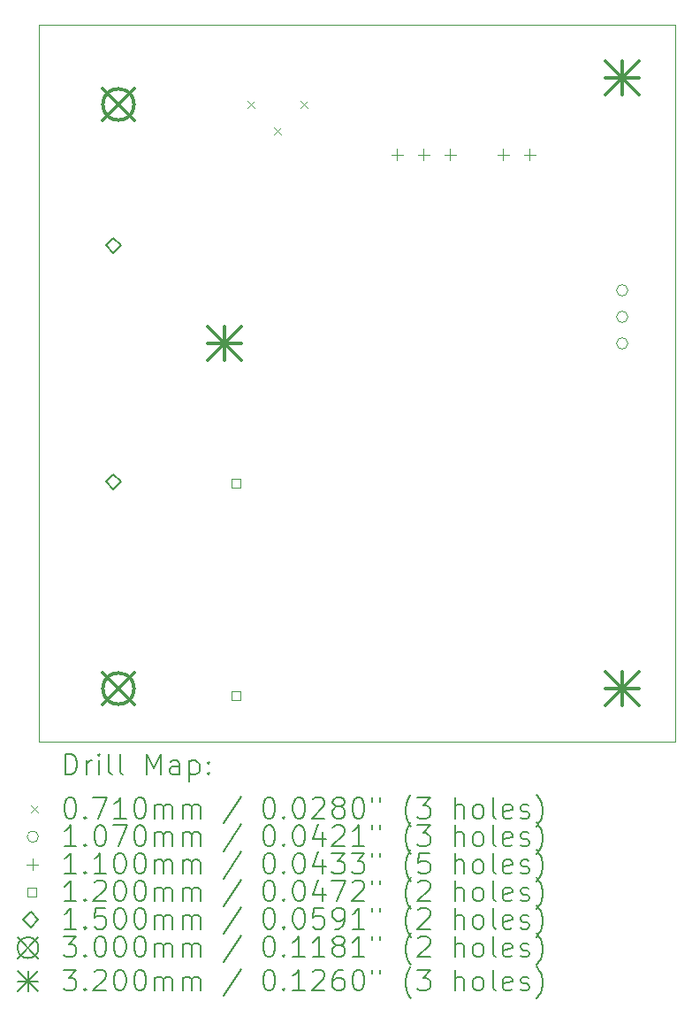
<source format=gbr>
%TF.GenerationSoftware,KiCad,Pcbnew,(6.0.8)*%
%TF.CreationDate,2023-01-11T15:10:12+01:00*%
%TF.ProjectId,TSAL_Voltage_Sensor,5453414c-5f56-46f6-9c74-6167655f5365,rev?*%
%TF.SameCoordinates,Original*%
%TF.FileFunction,Drillmap*%
%TF.FilePolarity,Positive*%
%FSLAX45Y45*%
G04 Gerber Fmt 4.5, Leading zero omitted, Abs format (unit mm)*
G04 Created by KiCad (PCBNEW (6.0.8)) date 2023-01-11 15:10:12*
%MOMM*%
%LPD*%
G01*
G04 APERTURE LIST*
%ADD10C,0.100000*%
%ADD11C,0.200000*%
%ADD12C,0.071000*%
%ADD13C,0.107000*%
%ADD14C,0.110000*%
%ADD15C,0.120000*%
%ADD16C,0.150000*%
%ADD17C,0.300000*%
%ADD18C,0.320000*%
G04 APERTURE END LIST*
D10*
X13716000Y-5588000D02*
X7620000Y-5588000D01*
X7620000Y-5588000D02*
X7620000Y-12446000D01*
X7620000Y-12446000D02*
X13716000Y-12446000D01*
X13716000Y-12446000D02*
X13716000Y-5588000D01*
D11*
D12*
X9616500Y-6314500D02*
X9687500Y-6385500D01*
X9687500Y-6314500D02*
X9616500Y-6385500D01*
X9870500Y-6568500D02*
X9941500Y-6639500D01*
X9941500Y-6568500D02*
X9870500Y-6639500D01*
X10124500Y-6314500D02*
X10195500Y-6385500D01*
X10195500Y-6314500D02*
X10124500Y-6385500D01*
D13*
X13261500Y-8128000D02*
G75*
G03*
X13261500Y-8128000I-53500J0D01*
G01*
X13261500Y-8382000D02*
G75*
G03*
X13261500Y-8382000I-53500J0D01*
G01*
X13261500Y-8636000D02*
G75*
G03*
X13261500Y-8636000I-53500J0D01*
G01*
D14*
X11049000Y-6776500D02*
X11049000Y-6886500D01*
X10994000Y-6831500D02*
X11104000Y-6831500D01*
X11303000Y-6776500D02*
X11303000Y-6886500D01*
X11248000Y-6831500D02*
X11358000Y-6831500D01*
X11557000Y-6776500D02*
X11557000Y-6886500D01*
X11502000Y-6831500D02*
X11612000Y-6831500D01*
X12065000Y-6776500D02*
X12065000Y-6886500D01*
X12010000Y-6831500D02*
X12120000Y-6831500D01*
X12319000Y-6776500D02*
X12319000Y-6886500D01*
X12264000Y-6831500D02*
X12374000Y-6831500D01*
D15*
X9550957Y-10018209D02*
X9550957Y-9933355D01*
X9466104Y-9933355D01*
X9466104Y-10018209D01*
X9550957Y-10018209D01*
X9550957Y-12050209D02*
X9550957Y-11965355D01*
X9466104Y-11965355D01*
X9466104Y-12050209D01*
X9550957Y-12050209D01*
D16*
X8333912Y-7775088D02*
X8408912Y-7700088D01*
X8333912Y-7625088D01*
X8258912Y-7700088D01*
X8333912Y-7775088D01*
X8333912Y-10035089D02*
X8408912Y-9960089D01*
X8333912Y-9885089D01*
X8258912Y-9960089D01*
X8333912Y-10035089D01*
D17*
X8232000Y-6200000D02*
X8532000Y-6500000D01*
X8532000Y-6200000D02*
X8232000Y-6500000D01*
X8532000Y-6350000D02*
G75*
G03*
X8532000Y-6350000I-150000J0D01*
G01*
X8232000Y-11788000D02*
X8532000Y-12088000D01*
X8532000Y-11788000D02*
X8232000Y-12088000D01*
X8532000Y-11938000D02*
G75*
G03*
X8532000Y-11938000I-150000J0D01*
G01*
D18*
X9238000Y-8476000D02*
X9558000Y-8796000D01*
X9558000Y-8476000D02*
X9238000Y-8796000D01*
X9398000Y-8476000D02*
X9398000Y-8796000D01*
X9238000Y-8636000D02*
X9558000Y-8636000D01*
X13048000Y-5936000D02*
X13368000Y-6256000D01*
X13368000Y-5936000D02*
X13048000Y-6256000D01*
X13208000Y-5936000D02*
X13208000Y-6256000D01*
X13048000Y-6096000D02*
X13368000Y-6096000D01*
X13048000Y-11778000D02*
X13368000Y-12098000D01*
X13368000Y-11778000D02*
X13048000Y-12098000D01*
X13208000Y-11778000D02*
X13208000Y-12098000D01*
X13048000Y-11938000D02*
X13368000Y-11938000D01*
D11*
X7872619Y-12761476D02*
X7872619Y-12561476D01*
X7920238Y-12561476D01*
X7948809Y-12571000D01*
X7967857Y-12590048D01*
X7977381Y-12609095D01*
X7986905Y-12647190D01*
X7986905Y-12675762D01*
X7977381Y-12713857D01*
X7967857Y-12732905D01*
X7948809Y-12751952D01*
X7920238Y-12761476D01*
X7872619Y-12761476D01*
X8072619Y-12761476D02*
X8072619Y-12628143D01*
X8072619Y-12666238D02*
X8082143Y-12647190D01*
X8091667Y-12637667D01*
X8110714Y-12628143D01*
X8129762Y-12628143D01*
X8196428Y-12761476D02*
X8196428Y-12628143D01*
X8196428Y-12561476D02*
X8186905Y-12571000D01*
X8196428Y-12580524D01*
X8205952Y-12571000D01*
X8196428Y-12561476D01*
X8196428Y-12580524D01*
X8320238Y-12761476D02*
X8301190Y-12751952D01*
X8291667Y-12732905D01*
X8291667Y-12561476D01*
X8425000Y-12761476D02*
X8405952Y-12751952D01*
X8396429Y-12732905D01*
X8396429Y-12561476D01*
X8653571Y-12761476D02*
X8653571Y-12561476D01*
X8720238Y-12704333D01*
X8786905Y-12561476D01*
X8786905Y-12761476D01*
X8967857Y-12761476D02*
X8967857Y-12656714D01*
X8958333Y-12637667D01*
X8939286Y-12628143D01*
X8901190Y-12628143D01*
X8882143Y-12637667D01*
X8967857Y-12751952D02*
X8948810Y-12761476D01*
X8901190Y-12761476D01*
X8882143Y-12751952D01*
X8872619Y-12732905D01*
X8872619Y-12713857D01*
X8882143Y-12694809D01*
X8901190Y-12685286D01*
X8948810Y-12685286D01*
X8967857Y-12675762D01*
X9063095Y-12628143D02*
X9063095Y-12828143D01*
X9063095Y-12637667D02*
X9082143Y-12628143D01*
X9120238Y-12628143D01*
X9139286Y-12637667D01*
X9148810Y-12647190D01*
X9158333Y-12666238D01*
X9158333Y-12723381D01*
X9148810Y-12742428D01*
X9139286Y-12751952D01*
X9120238Y-12761476D01*
X9082143Y-12761476D01*
X9063095Y-12751952D01*
X9244048Y-12742428D02*
X9253571Y-12751952D01*
X9244048Y-12761476D01*
X9234524Y-12751952D01*
X9244048Y-12742428D01*
X9244048Y-12761476D01*
X9244048Y-12637667D02*
X9253571Y-12647190D01*
X9244048Y-12656714D01*
X9234524Y-12647190D01*
X9244048Y-12637667D01*
X9244048Y-12656714D01*
D12*
X7544000Y-13055500D02*
X7615000Y-13126500D01*
X7615000Y-13055500D02*
X7544000Y-13126500D01*
D11*
X7910714Y-12981476D02*
X7929762Y-12981476D01*
X7948809Y-12991000D01*
X7958333Y-13000524D01*
X7967857Y-13019571D01*
X7977381Y-13057667D01*
X7977381Y-13105286D01*
X7967857Y-13143381D01*
X7958333Y-13162428D01*
X7948809Y-13171952D01*
X7929762Y-13181476D01*
X7910714Y-13181476D01*
X7891667Y-13171952D01*
X7882143Y-13162428D01*
X7872619Y-13143381D01*
X7863095Y-13105286D01*
X7863095Y-13057667D01*
X7872619Y-13019571D01*
X7882143Y-13000524D01*
X7891667Y-12991000D01*
X7910714Y-12981476D01*
X8063095Y-13162428D02*
X8072619Y-13171952D01*
X8063095Y-13181476D01*
X8053571Y-13171952D01*
X8063095Y-13162428D01*
X8063095Y-13181476D01*
X8139286Y-12981476D02*
X8272619Y-12981476D01*
X8186905Y-13181476D01*
X8453571Y-13181476D02*
X8339286Y-13181476D01*
X8396429Y-13181476D02*
X8396429Y-12981476D01*
X8377381Y-13010048D01*
X8358333Y-13029095D01*
X8339286Y-13038619D01*
X8577381Y-12981476D02*
X8596429Y-12981476D01*
X8615476Y-12991000D01*
X8625000Y-13000524D01*
X8634524Y-13019571D01*
X8644048Y-13057667D01*
X8644048Y-13105286D01*
X8634524Y-13143381D01*
X8625000Y-13162428D01*
X8615476Y-13171952D01*
X8596429Y-13181476D01*
X8577381Y-13181476D01*
X8558333Y-13171952D01*
X8548810Y-13162428D01*
X8539286Y-13143381D01*
X8529762Y-13105286D01*
X8529762Y-13057667D01*
X8539286Y-13019571D01*
X8548810Y-13000524D01*
X8558333Y-12991000D01*
X8577381Y-12981476D01*
X8729762Y-13181476D02*
X8729762Y-13048143D01*
X8729762Y-13067190D02*
X8739286Y-13057667D01*
X8758333Y-13048143D01*
X8786905Y-13048143D01*
X8805952Y-13057667D01*
X8815476Y-13076714D01*
X8815476Y-13181476D01*
X8815476Y-13076714D02*
X8825000Y-13057667D01*
X8844048Y-13048143D01*
X8872619Y-13048143D01*
X8891667Y-13057667D01*
X8901190Y-13076714D01*
X8901190Y-13181476D01*
X8996429Y-13181476D02*
X8996429Y-13048143D01*
X8996429Y-13067190D02*
X9005952Y-13057667D01*
X9025000Y-13048143D01*
X9053571Y-13048143D01*
X9072619Y-13057667D01*
X9082143Y-13076714D01*
X9082143Y-13181476D01*
X9082143Y-13076714D02*
X9091667Y-13057667D01*
X9110714Y-13048143D01*
X9139286Y-13048143D01*
X9158333Y-13057667D01*
X9167857Y-13076714D01*
X9167857Y-13181476D01*
X9558333Y-12971952D02*
X9386905Y-13229095D01*
X9815476Y-12981476D02*
X9834524Y-12981476D01*
X9853571Y-12991000D01*
X9863095Y-13000524D01*
X9872619Y-13019571D01*
X9882143Y-13057667D01*
X9882143Y-13105286D01*
X9872619Y-13143381D01*
X9863095Y-13162428D01*
X9853571Y-13171952D01*
X9834524Y-13181476D01*
X9815476Y-13181476D01*
X9796429Y-13171952D01*
X9786905Y-13162428D01*
X9777381Y-13143381D01*
X9767857Y-13105286D01*
X9767857Y-13057667D01*
X9777381Y-13019571D01*
X9786905Y-13000524D01*
X9796429Y-12991000D01*
X9815476Y-12981476D01*
X9967857Y-13162428D02*
X9977381Y-13171952D01*
X9967857Y-13181476D01*
X9958333Y-13171952D01*
X9967857Y-13162428D01*
X9967857Y-13181476D01*
X10101190Y-12981476D02*
X10120238Y-12981476D01*
X10139286Y-12991000D01*
X10148810Y-13000524D01*
X10158333Y-13019571D01*
X10167857Y-13057667D01*
X10167857Y-13105286D01*
X10158333Y-13143381D01*
X10148810Y-13162428D01*
X10139286Y-13171952D01*
X10120238Y-13181476D01*
X10101190Y-13181476D01*
X10082143Y-13171952D01*
X10072619Y-13162428D01*
X10063095Y-13143381D01*
X10053571Y-13105286D01*
X10053571Y-13057667D01*
X10063095Y-13019571D01*
X10072619Y-13000524D01*
X10082143Y-12991000D01*
X10101190Y-12981476D01*
X10244048Y-13000524D02*
X10253571Y-12991000D01*
X10272619Y-12981476D01*
X10320238Y-12981476D01*
X10339286Y-12991000D01*
X10348810Y-13000524D01*
X10358333Y-13019571D01*
X10358333Y-13038619D01*
X10348810Y-13067190D01*
X10234524Y-13181476D01*
X10358333Y-13181476D01*
X10472619Y-13067190D02*
X10453571Y-13057667D01*
X10444048Y-13048143D01*
X10434524Y-13029095D01*
X10434524Y-13019571D01*
X10444048Y-13000524D01*
X10453571Y-12991000D01*
X10472619Y-12981476D01*
X10510714Y-12981476D01*
X10529762Y-12991000D01*
X10539286Y-13000524D01*
X10548810Y-13019571D01*
X10548810Y-13029095D01*
X10539286Y-13048143D01*
X10529762Y-13057667D01*
X10510714Y-13067190D01*
X10472619Y-13067190D01*
X10453571Y-13076714D01*
X10444048Y-13086238D01*
X10434524Y-13105286D01*
X10434524Y-13143381D01*
X10444048Y-13162428D01*
X10453571Y-13171952D01*
X10472619Y-13181476D01*
X10510714Y-13181476D01*
X10529762Y-13171952D01*
X10539286Y-13162428D01*
X10548810Y-13143381D01*
X10548810Y-13105286D01*
X10539286Y-13086238D01*
X10529762Y-13076714D01*
X10510714Y-13067190D01*
X10672619Y-12981476D02*
X10691667Y-12981476D01*
X10710714Y-12991000D01*
X10720238Y-13000524D01*
X10729762Y-13019571D01*
X10739286Y-13057667D01*
X10739286Y-13105286D01*
X10729762Y-13143381D01*
X10720238Y-13162428D01*
X10710714Y-13171952D01*
X10691667Y-13181476D01*
X10672619Y-13181476D01*
X10653571Y-13171952D01*
X10644048Y-13162428D01*
X10634524Y-13143381D01*
X10625000Y-13105286D01*
X10625000Y-13057667D01*
X10634524Y-13019571D01*
X10644048Y-13000524D01*
X10653571Y-12991000D01*
X10672619Y-12981476D01*
X10815476Y-12981476D02*
X10815476Y-13019571D01*
X10891667Y-12981476D02*
X10891667Y-13019571D01*
X11186905Y-13257667D02*
X11177381Y-13248143D01*
X11158333Y-13219571D01*
X11148810Y-13200524D01*
X11139286Y-13171952D01*
X11129762Y-13124333D01*
X11129762Y-13086238D01*
X11139286Y-13038619D01*
X11148810Y-13010048D01*
X11158333Y-12991000D01*
X11177381Y-12962428D01*
X11186905Y-12952905D01*
X11244048Y-12981476D02*
X11367857Y-12981476D01*
X11301190Y-13057667D01*
X11329762Y-13057667D01*
X11348809Y-13067190D01*
X11358333Y-13076714D01*
X11367857Y-13095762D01*
X11367857Y-13143381D01*
X11358333Y-13162428D01*
X11348809Y-13171952D01*
X11329762Y-13181476D01*
X11272619Y-13181476D01*
X11253571Y-13171952D01*
X11244048Y-13162428D01*
X11605952Y-13181476D02*
X11605952Y-12981476D01*
X11691667Y-13181476D02*
X11691667Y-13076714D01*
X11682143Y-13057667D01*
X11663095Y-13048143D01*
X11634524Y-13048143D01*
X11615476Y-13057667D01*
X11605952Y-13067190D01*
X11815476Y-13181476D02*
X11796428Y-13171952D01*
X11786905Y-13162428D01*
X11777381Y-13143381D01*
X11777381Y-13086238D01*
X11786905Y-13067190D01*
X11796428Y-13057667D01*
X11815476Y-13048143D01*
X11844048Y-13048143D01*
X11863095Y-13057667D01*
X11872619Y-13067190D01*
X11882143Y-13086238D01*
X11882143Y-13143381D01*
X11872619Y-13162428D01*
X11863095Y-13171952D01*
X11844048Y-13181476D01*
X11815476Y-13181476D01*
X11996428Y-13181476D02*
X11977381Y-13171952D01*
X11967857Y-13152905D01*
X11967857Y-12981476D01*
X12148809Y-13171952D02*
X12129762Y-13181476D01*
X12091667Y-13181476D01*
X12072619Y-13171952D01*
X12063095Y-13152905D01*
X12063095Y-13076714D01*
X12072619Y-13057667D01*
X12091667Y-13048143D01*
X12129762Y-13048143D01*
X12148809Y-13057667D01*
X12158333Y-13076714D01*
X12158333Y-13095762D01*
X12063095Y-13114809D01*
X12234524Y-13171952D02*
X12253571Y-13181476D01*
X12291667Y-13181476D01*
X12310714Y-13171952D01*
X12320238Y-13152905D01*
X12320238Y-13143381D01*
X12310714Y-13124333D01*
X12291667Y-13114809D01*
X12263095Y-13114809D01*
X12244048Y-13105286D01*
X12234524Y-13086238D01*
X12234524Y-13076714D01*
X12244048Y-13057667D01*
X12263095Y-13048143D01*
X12291667Y-13048143D01*
X12310714Y-13057667D01*
X12386905Y-13257667D02*
X12396428Y-13248143D01*
X12415476Y-13219571D01*
X12425000Y-13200524D01*
X12434524Y-13171952D01*
X12444048Y-13124333D01*
X12444048Y-13086238D01*
X12434524Y-13038619D01*
X12425000Y-13010048D01*
X12415476Y-12991000D01*
X12396428Y-12962428D01*
X12386905Y-12952905D01*
D13*
X7615000Y-13355000D02*
G75*
G03*
X7615000Y-13355000I-53500J0D01*
G01*
D11*
X7977381Y-13445476D02*
X7863095Y-13445476D01*
X7920238Y-13445476D02*
X7920238Y-13245476D01*
X7901190Y-13274048D01*
X7882143Y-13293095D01*
X7863095Y-13302619D01*
X8063095Y-13426428D02*
X8072619Y-13435952D01*
X8063095Y-13445476D01*
X8053571Y-13435952D01*
X8063095Y-13426428D01*
X8063095Y-13445476D01*
X8196428Y-13245476D02*
X8215476Y-13245476D01*
X8234524Y-13255000D01*
X8244048Y-13264524D01*
X8253571Y-13283571D01*
X8263095Y-13321667D01*
X8263095Y-13369286D01*
X8253571Y-13407381D01*
X8244048Y-13426428D01*
X8234524Y-13435952D01*
X8215476Y-13445476D01*
X8196428Y-13445476D01*
X8177381Y-13435952D01*
X8167857Y-13426428D01*
X8158333Y-13407381D01*
X8148809Y-13369286D01*
X8148809Y-13321667D01*
X8158333Y-13283571D01*
X8167857Y-13264524D01*
X8177381Y-13255000D01*
X8196428Y-13245476D01*
X8329762Y-13245476D02*
X8463095Y-13245476D01*
X8377381Y-13445476D01*
X8577381Y-13245476D02*
X8596429Y-13245476D01*
X8615476Y-13255000D01*
X8625000Y-13264524D01*
X8634524Y-13283571D01*
X8644048Y-13321667D01*
X8644048Y-13369286D01*
X8634524Y-13407381D01*
X8625000Y-13426428D01*
X8615476Y-13435952D01*
X8596429Y-13445476D01*
X8577381Y-13445476D01*
X8558333Y-13435952D01*
X8548810Y-13426428D01*
X8539286Y-13407381D01*
X8529762Y-13369286D01*
X8529762Y-13321667D01*
X8539286Y-13283571D01*
X8548810Y-13264524D01*
X8558333Y-13255000D01*
X8577381Y-13245476D01*
X8729762Y-13445476D02*
X8729762Y-13312143D01*
X8729762Y-13331190D02*
X8739286Y-13321667D01*
X8758333Y-13312143D01*
X8786905Y-13312143D01*
X8805952Y-13321667D01*
X8815476Y-13340714D01*
X8815476Y-13445476D01*
X8815476Y-13340714D02*
X8825000Y-13321667D01*
X8844048Y-13312143D01*
X8872619Y-13312143D01*
X8891667Y-13321667D01*
X8901190Y-13340714D01*
X8901190Y-13445476D01*
X8996429Y-13445476D02*
X8996429Y-13312143D01*
X8996429Y-13331190D02*
X9005952Y-13321667D01*
X9025000Y-13312143D01*
X9053571Y-13312143D01*
X9072619Y-13321667D01*
X9082143Y-13340714D01*
X9082143Y-13445476D01*
X9082143Y-13340714D02*
X9091667Y-13321667D01*
X9110714Y-13312143D01*
X9139286Y-13312143D01*
X9158333Y-13321667D01*
X9167857Y-13340714D01*
X9167857Y-13445476D01*
X9558333Y-13235952D02*
X9386905Y-13493095D01*
X9815476Y-13245476D02*
X9834524Y-13245476D01*
X9853571Y-13255000D01*
X9863095Y-13264524D01*
X9872619Y-13283571D01*
X9882143Y-13321667D01*
X9882143Y-13369286D01*
X9872619Y-13407381D01*
X9863095Y-13426428D01*
X9853571Y-13435952D01*
X9834524Y-13445476D01*
X9815476Y-13445476D01*
X9796429Y-13435952D01*
X9786905Y-13426428D01*
X9777381Y-13407381D01*
X9767857Y-13369286D01*
X9767857Y-13321667D01*
X9777381Y-13283571D01*
X9786905Y-13264524D01*
X9796429Y-13255000D01*
X9815476Y-13245476D01*
X9967857Y-13426428D02*
X9977381Y-13435952D01*
X9967857Y-13445476D01*
X9958333Y-13435952D01*
X9967857Y-13426428D01*
X9967857Y-13445476D01*
X10101190Y-13245476D02*
X10120238Y-13245476D01*
X10139286Y-13255000D01*
X10148810Y-13264524D01*
X10158333Y-13283571D01*
X10167857Y-13321667D01*
X10167857Y-13369286D01*
X10158333Y-13407381D01*
X10148810Y-13426428D01*
X10139286Y-13435952D01*
X10120238Y-13445476D01*
X10101190Y-13445476D01*
X10082143Y-13435952D01*
X10072619Y-13426428D01*
X10063095Y-13407381D01*
X10053571Y-13369286D01*
X10053571Y-13321667D01*
X10063095Y-13283571D01*
X10072619Y-13264524D01*
X10082143Y-13255000D01*
X10101190Y-13245476D01*
X10339286Y-13312143D02*
X10339286Y-13445476D01*
X10291667Y-13235952D02*
X10244048Y-13378809D01*
X10367857Y-13378809D01*
X10434524Y-13264524D02*
X10444048Y-13255000D01*
X10463095Y-13245476D01*
X10510714Y-13245476D01*
X10529762Y-13255000D01*
X10539286Y-13264524D01*
X10548810Y-13283571D01*
X10548810Y-13302619D01*
X10539286Y-13331190D01*
X10425000Y-13445476D01*
X10548810Y-13445476D01*
X10739286Y-13445476D02*
X10625000Y-13445476D01*
X10682143Y-13445476D02*
X10682143Y-13245476D01*
X10663095Y-13274048D01*
X10644048Y-13293095D01*
X10625000Y-13302619D01*
X10815476Y-13245476D02*
X10815476Y-13283571D01*
X10891667Y-13245476D02*
X10891667Y-13283571D01*
X11186905Y-13521667D02*
X11177381Y-13512143D01*
X11158333Y-13483571D01*
X11148810Y-13464524D01*
X11139286Y-13435952D01*
X11129762Y-13388333D01*
X11129762Y-13350238D01*
X11139286Y-13302619D01*
X11148810Y-13274048D01*
X11158333Y-13255000D01*
X11177381Y-13226428D01*
X11186905Y-13216905D01*
X11244048Y-13245476D02*
X11367857Y-13245476D01*
X11301190Y-13321667D01*
X11329762Y-13321667D01*
X11348809Y-13331190D01*
X11358333Y-13340714D01*
X11367857Y-13359762D01*
X11367857Y-13407381D01*
X11358333Y-13426428D01*
X11348809Y-13435952D01*
X11329762Y-13445476D01*
X11272619Y-13445476D01*
X11253571Y-13435952D01*
X11244048Y-13426428D01*
X11605952Y-13445476D02*
X11605952Y-13245476D01*
X11691667Y-13445476D02*
X11691667Y-13340714D01*
X11682143Y-13321667D01*
X11663095Y-13312143D01*
X11634524Y-13312143D01*
X11615476Y-13321667D01*
X11605952Y-13331190D01*
X11815476Y-13445476D02*
X11796428Y-13435952D01*
X11786905Y-13426428D01*
X11777381Y-13407381D01*
X11777381Y-13350238D01*
X11786905Y-13331190D01*
X11796428Y-13321667D01*
X11815476Y-13312143D01*
X11844048Y-13312143D01*
X11863095Y-13321667D01*
X11872619Y-13331190D01*
X11882143Y-13350238D01*
X11882143Y-13407381D01*
X11872619Y-13426428D01*
X11863095Y-13435952D01*
X11844048Y-13445476D01*
X11815476Y-13445476D01*
X11996428Y-13445476D02*
X11977381Y-13435952D01*
X11967857Y-13416905D01*
X11967857Y-13245476D01*
X12148809Y-13435952D02*
X12129762Y-13445476D01*
X12091667Y-13445476D01*
X12072619Y-13435952D01*
X12063095Y-13416905D01*
X12063095Y-13340714D01*
X12072619Y-13321667D01*
X12091667Y-13312143D01*
X12129762Y-13312143D01*
X12148809Y-13321667D01*
X12158333Y-13340714D01*
X12158333Y-13359762D01*
X12063095Y-13378809D01*
X12234524Y-13435952D02*
X12253571Y-13445476D01*
X12291667Y-13445476D01*
X12310714Y-13435952D01*
X12320238Y-13416905D01*
X12320238Y-13407381D01*
X12310714Y-13388333D01*
X12291667Y-13378809D01*
X12263095Y-13378809D01*
X12244048Y-13369286D01*
X12234524Y-13350238D01*
X12234524Y-13340714D01*
X12244048Y-13321667D01*
X12263095Y-13312143D01*
X12291667Y-13312143D01*
X12310714Y-13321667D01*
X12386905Y-13521667D02*
X12396428Y-13512143D01*
X12415476Y-13483571D01*
X12425000Y-13464524D01*
X12434524Y-13435952D01*
X12444048Y-13388333D01*
X12444048Y-13350238D01*
X12434524Y-13302619D01*
X12425000Y-13274048D01*
X12415476Y-13255000D01*
X12396428Y-13226428D01*
X12386905Y-13216905D01*
D14*
X7560000Y-13564000D02*
X7560000Y-13674000D01*
X7505000Y-13619000D02*
X7615000Y-13619000D01*
D11*
X7977381Y-13709476D02*
X7863095Y-13709476D01*
X7920238Y-13709476D02*
X7920238Y-13509476D01*
X7901190Y-13538048D01*
X7882143Y-13557095D01*
X7863095Y-13566619D01*
X8063095Y-13690428D02*
X8072619Y-13699952D01*
X8063095Y-13709476D01*
X8053571Y-13699952D01*
X8063095Y-13690428D01*
X8063095Y-13709476D01*
X8263095Y-13709476D02*
X8148809Y-13709476D01*
X8205952Y-13709476D02*
X8205952Y-13509476D01*
X8186905Y-13538048D01*
X8167857Y-13557095D01*
X8148809Y-13566619D01*
X8386905Y-13509476D02*
X8405952Y-13509476D01*
X8425000Y-13519000D01*
X8434524Y-13528524D01*
X8444048Y-13547571D01*
X8453571Y-13585667D01*
X8453571Y-13633286D01*
X8444048Y-13671381D01*
X8434524Y-13690428D01*
X8425000Y-13699952D01*
X8405952Y-13709476D01*
X8386905Y-13709476D01*
X8367857Y-13699952D01*
X8358333Y-13690428D01*
X8348809Y-13671381D01*
X8339286Y-13633286D01*
X8339286Y-13585667D01*
X8348809Y-13547571D01*
X8358333Y-13528524D01*
X8367857Y-13519000D01*
X8386905Y-13509476D01*
X8577381Y-13509476D02*
X8596429Y-13509476D01*
X8615476Y-13519000D01*
X8625000Y-13528524D01*
X8634524Y-13547571D01*
X8644048Y-13585667D01*
X8644048Y-13633286D01*
X8634524Y-13671381D01*
X8625000Y-13690428D01*
X8615476Y-13699952D01*
X8596429Y-13709476D01*
X8577381Y-13709476D01*
X8558333Y-13699952D01*
X8548810Y-13690428D01*
X8539286Y-13671381D01*
X8529762Y-13633286D01*
X8529762Y-13585667D01*
X8539286Y-13547571D01*
X8548810Y-13528524D01*
X8558333Y-13519000D01*
X8577381Y-13509476D01*
X8729762Y-13709476D02*
X8729762Y-13576143D01*
X8729762Y-13595190D02*
X8739286Y-13585667D01*
X8758333Y-13576143D01*
X8786905Y-13576143D01*
X8805952Y-13585667D01*
X8815476Y-13604714D01*
X8815476Y-13709476D01*
X8815476Y-13604714D02*
X8825000Y-13585667D01*
X8844048Y-13576143D01*
X8872619Y-13576143D01*
X8891667Y-13585667D01*
X8901190Y-13604714D01*
X8901190Y-13709476D01*
X8996429Y-13709476D02*
X8996429Y-13576143D01*
X8996429Y-13595190D02*
X9005952Y-13585667D01*
X9025000Y-13576143D01*
X9053571Y-13576143D01*
X9072619Y-13585667D01*
X9082143Y-13604714D01*
X9082143Y-13709476D01*
X9082143Y-13604714D02*
X9091667Y-13585667D01*
X9110714Y-13576143D01*
X9139286Y-13576143D01*
X9158333Y-13585667D01*
X9167857Y-13604714D01*
X9167857Y-13709476D01*
X9558333Y-13499952D02*
X9386905Y-13757095D01*
X9815476Y-13509476D02*
X9834524Y-13509476D01*
X9853571Y-13519000D01*
X9863095Y-13528524D01*
X9872619Y-13547571D01*
X9882143Y-13585667D01*
X9882143Y-13633286D01*
X9872619Y-13671381D01*
X9863095Y-13690428D01*
X9853571Y-13699952D01*
X9834524Y-13709476D01*
X9815476Y-13709476D01*
X9796429Y-13699952D01*
X9786905Y-13690428D01*
X9777381Y-13671381D01*
X9767857Y-13633286D01*
X9767857Y-13585667D01*
X9777381Y-13547571D01*
X9786905Y-13528524D01*
X9796429Y-13519000D01*
X9815476Y-13509476D01*
X9967857Y-13690428D02*
X9977381Y-13699952D01*
X9967857Y-13709476D01*
X9958333Y-13699952D01*
X9967857Y-13690428D01*
X9967857Y-13709476D01*
X10101190Y-13509476D02*
X10120238Y-13509476D01*
X10139286Y-13519000D01*
X10148810Y-13528524D01*
X10158333Y-13547571D01*
X10167857Y-13585667D01*
X10167857Y-13633286D01*
X10158333Y-13671381D01*
X10148810Y-13690428D01*
X10139286Y-13699952D01*
X10120238Y-13709476D01*
X10101190Y-13709476D01*
X10082143Y-13699952D01*
X10072619Y-13690428D01*
X10063095Y-13671381D01*
X10053571Y-13633286D01*
X10053571Y-13585667D01*
X10063095Y-13547571D01*
X10072619Y-13528524D01*
X10082143Y-13519000D01*
X10101190Y-13509476D01*
X10339286Y-13576143D02*
X10339286Y-13709476D01*
X10291667Y-13499952D02*
X10244048Y-13642809D01*
X10367857Y-13642809D01*
X10425000Y-13509476D02*
X10548810Y-13509476D01*
X10482143Y-13585667D01*
X10510714Y-13585667D01*
X10529762Y-13595190D01*
X10539286Y-13604714D01*
X10548810Y-13623762D01*
X10548810Y-13671381D01*
X10539286Y-13690428D01*
X10529762Y-13699952D01*
X10510714Y-13709476D01*
X10453571Y-13709476D01*
X10434524Y-13699952D01*
X10425000Y-13690428D01*
X10615476Y-13509476D02*
X10739286Y-13509476D01*
X10672619Y-13585667D01*
X10701190Y-13585667D01*
X10720238Y-13595190D01*
X10729762Y-13604714D01*
X10739286Y-13623762D01*
X10739286Y-13671381D01*
X10729762Y-13690428D01*
X10720238Y-13699952D01*
X10701190Y-13709476D01*
X10644048Y-13709476D01*
X10625000Y-13699952D01*
X10615476Y-13690428D01*
X10815476Y-13509476D02*
X10815476Y-13547571D01*
X10891667Y-13509476D02*
X10891667Y-13547571D01*
X11186905Y-13785667D02*
X11177381Y-13776143D01*
X11158333Y-13747571D01*
X11148810Y-13728524D01*
X11139286Y-13699952D01*
X11129762Y-13652333D01*
X11129762Y-13614238D01*
X11139286Y-13566619D01*
X11148810Y-13538048D01*
X11158333Y-13519000D01*
X11177381Y-13490428D01*
X11186905Y-13480905D01*
X11358333Y-13509476D02*
X11263095Y-13509476D01*
X11253571Y-13604714D01*
X11263095Y-13595190D01*
X11282143Y-13585667D01*
X11329762Y-13585667D01*
X11348809Y-13595190D01*
X11358333Y-13604714D01*
X11367857Y-13623762D01*
X11367857Y-13671381D01*
X11358333Y-13690428D01*
X11348809Y-13699952D01*
X11329762Y-13709476D01*
X11282143Y-13709476D01*
X11263095Y-13699952D01*
X11253571Y-13690428D01*
X11605952Y-13709476D02*
X11605952Y-13509476D01*
X11691667Y-13709476D02*
X11691667Y-13604714D01*
X11682143Y-13585667D01*
X11663095Y-13576143D01*
X11634524Y-13576143D01*
X11615476Y-13585667D01*
X11605952Y-13595190D01*
X11815476Y-13709476D02*
X11796428Y-13699952D01*
X11786905Y-13690428D01*
X11777381Y-13671381D01*
X11777381Y-13614238D01*
X11786905Y-13595190D01*
X11796428Y-13585667D01*
X11815476Y-13576143D01*
X11844048Y-13576143D01*
X11863095Y-13585667D01*
X11872619Y-13595190D01*
X11882143Y-13614238D01*
X11882143Y-13671381D01*
X11872619Y-13690428D01*
X11863095Y-13699952D01*
X11844048Y-13709476D01*
X11815476Y-13709476D01*
X11996428Y-13709476D02*
X11977381Y-13699952D01*
X11967857Y-13680905D01*
X11967857Y-13509476D01*
X12148809Y-13699952D02*
X12129762Y-13709476D01*
X12091667Y-13709476D01*
X12072619Y-13699952D01*
X12063095Y-13680905D01*
X12063095Y-13604714D01*
X12072619Y-13585667D01*
X12091667Y-13576143D01*
X12129762Y-13576143D01*
X12148809Y-13585667D01*
X12158333Y-13604714D01*
X12158333Y-13623762D01*
X12063095Y-13642809D01*
X12234524Y-13699952D02*
X12253571Y-13709476D01*
X12291667Y-13709476D01*
X12310714Y-13699952D01*
X12320238Y-13680905D01*
X12320238Y-13671381D01*
X12310714Y-13652333D01*
X12291667Y-13642809D01*
X12263095Y-13642809D01*
X12244048Y-13633286D01*
X12234524Y-13614238D01*
X12234524Y-13604714D01*
X12244048Y-13585667D01*
X12263095Y-13576143D01*
X12291667Y-13576143D01*
X12310714Y-13585667D01*
X12386905Y-13785667D02*
X12396428Y-13776143D01*
X12415476Y-13747571D01*
X12425000Y-13728524D01*
X12434524Y-13699952D01*
X12444048Y-13652333D01*
X12444048Y-13614238D01*
X12434524Y-13566619D01*
X12425000Y-13538048D01*
X12415476Y-13519000D01*
X12396428Y-13490428D01*
X12386905Y-13480905D01*
D15*
X7597427Y-13925427D02*
X7597427Y-13840573D01*
X7512573Y-13840573D01*
X7512573Y-13925427D01*
X7597427Y-13925427D01*
D11*
X7977381Y-13973476D02*
X7863095Y-13973476D01*
X7920238Y-13973476D02*
X7920238Y-13773476D01*
X7901190Y-13802048D01*
X7882143Y-13821095D01*
X7863095Y-13830619D01*
X8063095Y-13954428D02*
X8072619Y-13963952D01*
X8063095Y-13973476D01*
X8053571Y-13963952D01*
X8063095Y-13954428D01*
X8063095Y-13973476D01*
X8148809Y-13792524D02*
X8158333Y-13783000D01*
X8177381Y-13773476D01*
X8225000Y-13773476D01*
X8244048Y-13783000D01*
X8253571Y-13792524D01*
X8263095Y-13811571D01*
X8263095Y-13830619D01*
X8253571Y-13859190D01*
X8139286Y-13973476D01*
X8263095Y-13973476D01*
X8386905Y-13773476D02*
X8405952Y-13773476D01*
X8425000Y-13783000D01*
X8434524Y-13792524D01*
X8444048Y-13811571D01*
X8453571Y-13849667D01*
X8453571Y-13897286D01*
X8444048Y-13935381D01*
X8434524Y-13954428D01*
X8425000Y-13963952D01*
X8405952Y-13973476D01*
X8386905Y-13973476D01*
X8367857Y-13963952D01*
X8358333Y-13954428D01*
X8348809Y-13935381D01*
X8339286Y-13897286D01*
X8339286Y-13849667D01*
X8348809Y-13811571D01*
X8358333Y-13792524D01*
X8367857Y-13783000D01*
X8386905Y-13773476D01*
X8577381Y-13773476D02*
X8596429Y-13773476D01*
X8615476Y-13783000D01*
X8625000Y-13792524D01*
X8634524Y-13811571D01*
X8644048Y-13849667D01*
X8644048Y-13897286D01*
X8634524Y-13935381D01*
X8625000Y-13954428D01*
X8615476Y-13963952D01*
X8596429Y-13973476D01*
X8577381Y-13973476D01*
X8558333Y-13963952D01*
X8548810Y-13954428D01*
X8539286Y-13935381D01*
X8529762Y-13897286D01*
X8529762Y-13849667D01*
X8539286Y-13811571D01*
X8548810Y-13792524D01*
X8558333Y-13783000D01*
X8577381Y-13773476D01*
X8729762Y-13973476D02*
X8729762Y-13840143D01*
X8729762Y-13859190D02*
X8739286Y-13849667D01*
X8758333Y-13840143D01*
X8786905Y-13840143D01*
X8805952Y-13849667D01*
X8815476Y-13868714D01*
X8815476Y-13973476D01*
X8815476Y-13868714D02*
X8825000Y-13849667D01*
X8844048Y-13840143D01*
X8872619Y-13840143D01*
X8891667Y-13849667D01*
X8901190Y-13868714D01*
X8901190Y-13973476D01*
X8996429Y-13973476D02*
X8996429Y-13840143D01*
X8996429Y-13859190D02*
X9005952Y-13849667D01*
X9025000Y-13840143D01*
X9053571Y-13840143D01*
X9072619Y-13849667D01*
X9082143Y-13868714D01*
X9082143Y-13973476D01*
X9082143Y-13868714D02*
X9091667Y-13849667D01*
X9110714Y-13840143D01*
X9139286Y-13840143D01*
X9158333Y-13849667D01*
X9167857Y-13868714D01*
X9167857Y-13973476D01*
X9558333Y-13763952D02*
X9386905Y-14021095D01*
X9815476Y-13773476D02*
X9834524Y-13773476D01*
X9853571Y-13783000D01*
X9863095Y-13792524D01*
X9872619Y-13811571D01*
X9882143Y-13849667D01*
X9882143Y-13897286D01*
X9872619Y-13935381D01*
X9863095Y-13954428D01*
X9853571Y-13963952D01*
X9834524Y-13973476D01*
X9815476Y-13973476D01*
X9796429Y-13963952D01*
X9786905Y-13954428D01*
X9777381Y-13935381D01*
X9767857Y-13897286D01*
X9767857Y-13849667D01*
X9777381Y-13811571D01*
X9786905Y-13792524D01*
X9796429Y-13783000D01*
X9815476Y-13773476D01*
X9967857Y-13954428D02*
X9977381Y-13963952D01*
X9967857Y-13973476D01*
X9958333Y-13963952D01*
X9967857Y-13954428D01*
X9967857Y-13973476D01*
X10101190Y-13773476D02*
X10120238Y-13773476D01*
X10139286Y-13783000D01*
X10148810Y-13792524D01*
X10158333Y-13811571D01*
X10167857Y-13849667D01*
X10167857Y-13897286D01*
X10158333Y-13935381D01*
X10148810Y-13954428D01*
X10139286Y-13963952D01*
X10120238Y-13973476D01*
X10101190Y-13973476D01*
X10082143Y-13963952D01*
X10072619Y-13954428D01*
X10063095Y-13935381D01*
X10053571Y-13897286D01*
X10053571Y-13849667D01*
X10063095Y-13811571D01*
X10072619Y-13792524D01*
X10082143Y-13783000D01*
X10101190Y-13773476D01*
X10339286Y-13840143D02*
X10339286Y-13973476D01*
X10291667Y-13763952D02*
X10244048Y-13906809D01*
X10367857Y-13906809D01*
X10425000Y-13773476D02*
X10558333Y-13773476D01*
X10472619Y-13973476D01*
X10625000Y-13792524D02*
X10634524Y-13783000D01*
X10653571Y-13773476D01*
X10701190Y-13773476D01*
X10720238Y-13783000D01*
X10729762Y-13792524D01*
X10739286Y-13811571D01*
X10739286Y-13830619D01*
X10729762Y-13859190D01*
X10615476Y-13973476D01*
X10739286Y-13973476D01*
X10815476Y-13773476D02*
X10815476Y-13811571D01*
X10891667Y-13773476D02*
X10891667Y-13811571D01*
X11186905Y-14049667D02*
X11177381Y-14040143D01*
X11158333Y-14011571D01*
X11148810Y-13992524D01*
X11139286Y-13963952D01*
X11129762Y-13916333D01*
X11129762Y-13878238D01*
X11139286Y-13830619D01*
X11148810Y-13802048D01*
X11158333Y-13783000D01*
X11177381Y-13754428D01*
X11186905Y-13744905D01*
X11253571Y-13792524D02*
X11263095Y-13783000D01*
X11282143Y-13773476D01*
X11329762Y-13773476D01*
X11348809Y-13783000D01*
X11358333Y-13792524D01*
X11367857Y-13811571D01*
X11367857Y-13830619D01*
X11358333Y-13859190D01*
X11244048Y-13973476D01*
X11367857Y-13973476D01*
X11605952Y-13973476D02*
X11605952Y-13773476D01*
X11691667Y-13973476D02*
X11691667Y-13868714D01*
X11682143Y-13849667D01*
X11663095Y-13840143D01*
X11634524Y-13840143D01*
X11615476Y-13849667D01*
X11605952Y-13859190D01*
X11815476Y-13973476D02*
X11796428Y-13963952D01*
X11786905Y-13954428D01*
X11777381Y-13935381D01*
X11777381Y-13878238D01*
X11786905Y-13859190D01*
X11796428Y-13849667D01*
X11815476Y-13840143D01*
X11844048Y-13840143D01*
X11863095Y-13849667D01*
X11872619Y-13859190D01*
X11882143Y-13878238D01*
X11882143Y-13935381D01*
X11872619Y-13954428D01*
X11863095Y-13963952D01*
X11844048Y-13973476D01*
X11815476Y-13973476D01*
X11996428Y-13973476D02*
X11977381Y-13963952D01*
X11967857Y-13944905D01*
X11967857Y-13773476D01*
X12148809Y-13963952D02*
X12129762Y-13973476D01*
X12091667Y-13973476D01*
X12072619Y-13963952D01*
X12063095Y-13944905D01*
X12063095Y-13868714D01*
X12072619Y-13849667D01*
X12091667Y-13840143D01*
X12129762Y-13840143D01*
X12148809Y-13849667D01*
X12158333Y-13868714D01*
X12158333Y-13887762D01*
X12063095Y-13906809D01*
X12234524Y-13963952D02*
X12253571Y-13973476D01*
X12291667Y-13973476D01*
X12310714Y-13963952D01*
X12320238Y-13944905D01*
X12320238Y-13935381D01*
X12310714Y-13916333D01*
X12291667Y-13906809D01*
X12263095Y-13906809D01*
X12244048Y-13897286D01*
X12234524Y-13878238D01*
X12234524Y-13868714D01*
X12244048Y-13849667D01*
X12263095Y-13840143D01*
X12291667Y-13840143D01*
X12310714Y-13849667D01*
X12386905Y-14049667D02*
X12396428Y-14040143D01*
X12415476Y-14011571D01*
X12425000Y-13992524D01*
X12434524Y-13963952D01*
X12444048Y-13916333D01*
X12444048Y-13878238D01*
X12434524Y-13830619D01*
X12425000Y-13802048D01*
X12415476Y-13783000D01*
X12396428Y-13754428D01*
X12386905Y-13744905D01*
D16*
X7540000Y-14222000D02*
X7615000Y-14147000D01*
X7540000Y-14072000D01*
X7465000Y-14147000D01*
X7540000Y-14222000D01*
D11*
X7977381Y-14237476D02*
X7863095Y-14237476D01*
X7920238Y-14237476D02*
X7920238Y-14037476D01*
X7901190Y-14066048D01*
X7882143Y-14085095D01*
X7863095Y-14094619D01*
X8063095Y-14218428D02*
X8072619Y-14227952D01*
X8063095Y-14237476D01*
X8053571Y-14227952D01*
X8063095Y-14218428D01*
X8063095Y-14237476D01*
X8253571Y-14037476D02*
X8158333Y-14037476D01*
X8148809Y-14132714D01*
X8158333Y-14123190D01*
X8177381Y-14113667D01*
X8225000Y-14113667D01*
X8244048Y-14123190D01*
X8253571Y-14132714D01*
X8263095Y-14151762D01*
X8263095Y-14199381D01*
X8253571Y-14218428D01*
X8244048Y-14227952D01*
X8225000Y-14237476D01*
X8177381Y-14237476D01*
X8158333Y-14227952D01*
X8148809Y-14218428D01*
X8386905Y-14037476D02*
X8405952Y-14037476D01*
X8425000Y-14047000D01*
X8434524Y-14056524D01*
X8444048Y-14075571D01*
X8453571Y-14113667D01*
X8453571Y-14161286D01*
X8444048Y-14199381D01*
X8434524Y-14218428D01*
X8425000Y-14227952D01*
X8405952Y-14237476D01*
X8386905Y-14237476D01*
X8367857Y-14227952D01*
X8358333Y-14218428D01*
X8348809Y-14199381D01*
X8339286Y-14161286D01*
X8339286Y-14113667D01*
X8348809Y-14075571D01*
X8358333Y-14056524D01*
X8367857Y-14047000D01*
X8386905Y-14037476D01*
X8577381Y-14037476D02*
X8596429Y-14037476D01*
X8615476Y-14047000D01*
X8625000Y-14056524D01*
X8634524Y-14075571D01*
X8644048Y-14113667D01*
X8644048Y-14161286D01*
X8634524Y-14199381D01*
X8625000Y-14218428D01*
X8615476Y-14227952D01*
X8596429Y-14237476D01*
X8577381Y-14237476D01*
X8558333Y-14227952D01*
X8548810Y-14218428D01*
X8539286Y-14199381D01*
X8529762Y-14161286D01*
X8529762Y-14113667D01*
X8539286Y-14075571D01*
X8548810Y-14056524D01*
X8558333Y-14047000D01*
X8577381Y-14037476D01*
X8729762Y-14237476D02*
X8729762Y-14104143D01*
X8729762Y-14123190D02*
X8739286Y-14113667D01*
X8758333Y-14104143D01*
X8786905Y-14104143D01*
X8805952Y-14113667D01*
X8815476Y-14132714D01*
X8815476Y-14237476D01*
X8815476Y-14132714D02*
X8825000Y-14113667D01*
X8844048Y-14104143D01*
X8872619Y-14104143D01*
X8891667Y-14113667D01*
X8901190Y-14132714D01*
X8901190Y-14237476D01*
X8996429Y-14237476D02*
X8996429Y-14104143D01*
X8996429Y-14123190D02*
X9005952Y-14113667D01*
X9025000Y-14104143D01*
X9053571Y-14104143D01*
X9072619Y-14113667D01*
X9082143Y-14132714D01*
X9082143Y-14237476D01*
X9082143Y-14132714D02*
X9091667Y-14113667D01*
X9110714Y-14104143D01*
X9139286Y-14104143D01*
X9158333Y-14113667D01*
X9167857Y-14132714D01*
X9167857Y-14237476D01*
X9558333Y-14027952D02*
X9386905Y-14285095D01*
X9815476Y-14037476D02*
X9834524Y-14037476D01*
X9853571Y-14047000D01*
X9863095Y-14056524D01*
X9872619Y-14075571D01*
X9882143Y-14113667D01*
X9882143Y-14161286D01*
X9872619Y-14199381D01*
X9863095Y-14218428D01*
X9853571Y-14227952D01*
X9834524Y-14237476D01*
X9815476Y-14237476D01*
X9796429Y-14227952D01*
X9786905Y-14218428D01*
X9777381Y-14199381D01*
X9767857Y-14161286D01*
X9767857Y-14113667D01*
X9777381Y-14075571D01*
X9786905Y-14056524D01*
X9796429Y-14047000D01*
X9815476Y-14037476D01*
X9967857Y-14218428D02*
X9977381Y-14227952D01*
X9967857Y-14237476D01*
X9958333Y-14227952D01*
X9967857Y-14218428D01*
X9967857Y-14237476D01*
X10101190Y-14037476D02*
X10120238Y-14037476D01*
X10139286Y-14047000D01*
X10148810Y-14056524D01*
X10158333Y-14075571D01*
X10167857Y-14113667D01*
X10167857Y-14161286D01*
X10158333Y-14199381D01*
X10148810Y-14218428D01*
X10139286Y-14227952D01*
X10120238Y-14237476D01*
X10101190Y-14237476D01*
X10082143Y-14227952D01*
X10072619Y-14218428D01*
X10063095Y-14199381D01*
X10053571Y-14161286D01*
X10053571Y-14113667D01*
X10063095Y-14075571D01*
X10072619Y-14056524D01*
X10082143Y-14047000D01*
X10101190Y-14037476D01*
X10348810Y-14037476D02*
X10253571Y-14037476D01*
X10244048Y-14132714D01*
X10253571Y-14123190D01*
X10272619Y-14113667D01*
X10320238Y-14113667D01*
X10339286Y-14123190D01*
X10348810Y-14132714D01*
X10358333Y-14151762D01*
X10358333Y-14199381D01*
X10348810Y-14218428D01*
X10339286Y-14227952D01*
X10320238Y-14237476D01*
X10272619Y-14237476D01*
X10253571Y-14227952D01*
X10244048Y-14218428D01*
X10453571Y-14237476D02*
X10491667Y-14237476D01*
X10510714Y-14227952D01*
X10520238Y-14218428D01*
X10539286Y-14189857D01*
X10548810Y-14151762D01*
X10548810Y-14075571D01*
X10539286Y-14056524D01*
X10529762Y-14047000D01*
X10510714Y-14037476D01*
X10472619Y-14037476D01*
X10453571Y-14047000D01*
X10444048Y-14056524D01*
X10434524Y-14075571D01*
X10434524Y-14123190D01*
X10444048Y-14142238D01*
X10453571Y-14151762D01*
X10472619Y-14161286D01*
X10510714Y-14161286D01*
X10529762Y-14151762D01*
X10539286Y-14142238D01*
X10548810Y-14123190D01*
X10739286Y-14237476D02*
X10625000Y-14237476D01*
X10682143Y-14237476D02*
X10682143Y-14037476D01*
X10663095Y-14066048D01*
X10644048Y-14085095D01*
X10625000Y-14094619D01*
X10815476Y-14037476D02*
X10815476Y-14075571D01*
X10891667Y-14037476D02*
X10891667Y-14075571D01*
X11186905Y-14313667D02*
X11177381Y-14304143D01*
X11158333Y-14275571D01*
X11148810Y-14256524D01*
X11139286Y-14227952D01*
X11129762Y-14180333D01*
X11129762Y-14142238D01*
X11139286Y-14094619D01*
X11148810Y-14066048D01*
X11158333Y-14047000D01*
X11177381Y-14018428D01*
X11186905Y-14008905D01*
X11253571Y-14056524D02*
X11263095Y-14047000D01*
X11282143Y-14037476D01*
X11329762Y-14037476D01*
X11348809Y-14047000D01*
X11358333Y-14056524D01*
X11367857Y-14075571D01*
X11367857Y-14094619D01*
X11358333Y-14123190D01*
X11244048Y-14237476D01*
X11367857Y-14237476D01*
X11605952Y-14237476D02*
X11605952Y-14037476D01*
X11691667Y-14237476D02*
X11691667Y-14132714D01*
X11682143Y-14113667D01*
X11663095Y-14104143D01*
X11634524Y-14104143D01*
X11615476Y-14113667D01*
X11605952Y-14123190D01*
X11815476Y-14237476D02*
X11796428Y-14227952D01*
X11786905Y-14218428D01*
X11777381Y-14199381D01*
X11777381Y-14142238D01*
X11786905Y-14123190D01*
X11796428Y-14113667D01*
X11815476Y-14104143D01*
X11844048Y-14104143D01*
X11863095Y-14113667D01*
X11872619Y-14123190D01*
X11882143Y-14142238D01*
X11882143Y-14199381D01*
X11872619Y-14218428D01*
X11863095Y-14227952D01*
X11844048Y-14237476D01*
X11815476Y-14237476D01*
X11996428Y-14237476D02*
X11977381Y-14227952D01*
X11967857Y-14208905D01*
X11967857Y-14037476D01*
X12148809Y-14227952D02*
X12129762Y-14237476D01*
X12091667Y-14237476D01*
X12072619Y-14227952D01*
X12063095Y-14208905D01*
X12063095Y-14132714D01*
X12072619Y-14113667D01*
X12091667Y-14104143D01*
X12129762Y-14104143D01*
X12148809Y-14113667D01*
X12158333Y-14132714D01*
X12158333Y-14151762D01*
X12063095Y-14170809D01*
X12234524Y-14227952D02*
X12253571Y-14237476D01*
X12291667Y-14237476D01*
X12310714Y-14227952D01*
X12320238Y-14208905D01*
X12320238Y-14199381D01*
X12310714Y-14180333D01*
X12291667Y-14170809D01*
X12263095Y-14170809D01*
X12244048Y-14161286D01*
X12234524Y-14142238D01*
X12234524Y-14132714D01*
X12244048Y-14113667D01*
X12263095Y-14104143D01*
X12291667Y-14104143D01*
X12310714Y-14113667D01*
X12386905Y-14313667D02*
X12396428Y-14304143D01*
X12415476Y-14275571D01*
X12425000Y-14256524D01*
X12434524Y-14227952D01*
X12444048Y-14180333D01*
X12444048Y-14142238D01*
X12434524Y-14094619D01*
X12425000Y-14066048D01*
X12415476Y-14047000D01*
X12396428Y-14018428D01*
X12386905Y-14008905D01*
X7415000Y-14317000D02*
X7615000Y-14517000D01*
X7615000Y-14317000D02*
X7415000Y-14517000D01*
X7615000Y-14417000D02*
G75*
G03*
X7615000Y-14417000I-100000J0D01*
G01*
X7853571Y-14307476D02*
X7977381Y-14307476D01*
X7910714Y-14383667D01*
X7939286Y-14383667D01*
X7958333Y-14393190D01*
X7967857Y-14402714D01*
X7977381Y-14421762D01*
X7977381Y-14469381D01*
X7967857Y-14488428D01*
X7958333Y-14497952D01*
X7939286Y-14507476D01*
X7882143Y-14507476D01*
X7863095Y-14497952D01*
X7853571Y-14488428D01*
X8063095Y-14488428D02*
X8072619Y-14497952D01*
X8063095Y-14507476D01*
X8053571Y-14497952D01*
X8063095Y-14488428D01*
X8063095Y-14507476D01*
X8196428Y-14307476D02*
X8215476Y-14307476D01*
X8234524Y-14317000D01*
X8244048Y-14326524D01*
X8253571Y-14345571D01*
X8263095Y-14383667D01*
X8263095Y-14431286D01*
X8253571Y-14469381D01*
X8244048Y-14488428D01*
X8234524Y-14497952D01*
X8215476Y-14507476D01*
X8196428Y-14507476D01*
X8177381Y-14497952D01*
X8167857Y-14488428D01*
X8158333Y-14469381D01*
X8148809Y-14431286D01*
X8148809Y-14383667D01*
X8158333Y-14345571D01*
X8167857Y-14326524D01*
X8177381Y-14317000D01*
X8196428Y-14307476D01*
X8386905Y-14307476D02*
X8405952Y-14307476D01*
X8425000Y-14317000D01*
X8434524Y-14326524D01*
X8444048Y-14345571D01*
X8453571Y-14383667D01*
X8453571Y-14431286D01*
X8444048Y-14469381D01*
X8434524Y-14488428D01*
X8425000Y-14497952D01*
X8405952Y-14507476D01*
X8386905Y-14507476D01*
X8367857Y-14497952D01*
X8358333Y-14488428D01*
X8348809Y-14469381D01*
X8339286Y-14431286D01*
X8339286Y-14383667D01*
X8348809Y-14345571D01*
X8358333Y-14326524D01*
X8367857Y-14317000D01*
X8386905Y-14307476D01*
X8577381Y-14307476D02*
X8596429Y-14307476D01*
X8615476Y-14317000D01*
X8625000Y-14326524D01*
X8634524Y-14345571D01*
X8644048Y-14383667D01*
X8644048Y-14431286D01*
X8634524Y-14469381D01*
X8625000Y-14488428D01*
X8615476Y-14497952D01*
X8596429Y-14507476D01*
X8577381Y-14507476D01*
X8558333Y-14497952D01*
X8548810Y-14488428D01*
X8539286Y-14469381D01*
X8529762Y-14431286D01*
X8529762Y-14383667D01*
X8539286Y-14345571D01*
X8548810Y-14326524D01*
X8558333Y-14317000D01*
X8577381Y-14307476D01*
X8729762Y-14507476D02*
X8729762Y-14374143D01*
X8729762Y-14393190D02*
X8739286Y-14383667D01*
X8758333Y-14374143D01*
X8786905Y-14374143D01*
X8805952Y-14383667D01*
X8815476Y-14402714D01*
X8815476Y-14507476D01*
X8815476Y-14402714D02*
X8825000Y-14383667D01*
X8844048Y-14374143D01*
X8872619Y-14374143D01*
X8891667Y-14383667D01*
X8901190Y-14402714D01*
X8901190Y-14507476D01*
X8996429Y-14507476D02*
X8996429Y-14374143D01*
X8996429Y-14393190D02*
X9005952Y-14383667D01*
X9025000Y-14374143D01*
X9053571Y-14374143D01*
X9072619Y-14383667D01*
X9082143Y-14402714D01*
X9082143Y-14507476D01*
X9082143Y-14402714D02*
X9091667Y-14383667D01*
X9110714Y-14374143D01*
X9139286Y-14374143D01*
X9158333Y-14383667D01*
X9167857Y-14402714D01*
X9167857Y-14507476D01*
X9558333Y-14297952D02*
X9386905Y-14555095D01*
X9815476Y-14307476D02*
X9834524Y-14307476D01*
X9853571Y-14317000D01*
X9863095Y-14326524D01*
X9872619Y-14345571D01*
X9882143Y-14383667D01*
X9882143Y-14431286D01*
X9872619Y-14469381D01*
X9863095Y-14488428D01*
X9853571Y-14497952D01*
X9834524Y-14507476D01*
X9815476Y-14507476D01*
X9796429Y-14497952D01*
X9786905Y-14488428D01*
X9777381Y-14469381D01*
X9767857Y-14431286D01*
X9767857Y-14383667D01*
X9777381Y-14345571D01*
X9786905Y-14326524D01*
X9796429Y-14317000D01*
X9815476Y-14307476D01*
X9967857Y-14488428D02*
X9977381Y-14497952D01*
X9967857Y-14507476D01*
X9958333Y-14497952D01*
X9967857Y-14488428D01*
X9967857Y-14507476D01*
X10167857Y-14507476D02*
X10053571Y-14507476D01*
X10110714Y-14507476D02*
X10110714Y-14307476D01*
X10091667Y-14336048D01*
X10072619Y-14355095D01*
X10053571Y-14364619D01*
X10358333Y-14507476D02*
X10244048Y-14507476D01*
X10301190Y-14507476D02*
X10301190Y-14307476D01*
X10282143Y-14336048D01*
X10263095Y-14355095D01*
X10244048Y-14364619D01*
X10472619Y-14393190D02*
X10453571Y-14383667D01*
X10444048Y-14374143D01*
X10434524Y-14355095D01*
X10434524Y-14345571D01*
X10444048Y-14326524D01*
X10453571Y-14317000D01*
X10472619Y-14307476D01*
X10510714Y-14307476D01*
X10529762Y-14317000D01*
X10539286Y-14326524D01*
X10548810Y-14345571D01*
X10548810Y-14355095D01*
X10539286Y-14374143D01*
X10529762Y-14383667D01*
X10510714Y-14393190D01*
X10472619Y-14393190D01*
X10453571Y-14402714D01*
X10444048Y-14412238D01*
X10434524Y-14431286D01*
X10434524Y-14469381D01*
X10444048Y-14488428D01*
X10453571Y-14497952D01*
X10472619Y-14507476D01*
X10510714Y-14507476D01*
X10529762Y-14497952D01*
X10539286Y-14488428D01*
X10548810Y-14469381D01*
X10548810Y-14431286D01*
X10539286Y-14412238D01*
X10529762Y-14402714D01*
X10510714Y-14393190D01*
X10739286Y-14507476D02*
X10625000Y-14507476D01*
X10682143Y-14507476D02*
X10682143Y-14307476D01*
X10663095Y-14336048D01*
X10644048Y-14355095D01*
X10625000Y-14364619D01*
X10815476Y-14307476D02*
X10815476Y-14345571D01*
X10891667Y-14307476D02*
X10891667Y-14345571D01*
X11186905Y-14583667D02*
X11177381Y-14574143D01*
X11158333Y-14545571D01*
X11148810Y-14526524D01*
X11139286Y-14497952D01*
X11129762Y-14450333D01*
X11129762Y-14412238D01*
X11139286Y-14364619D01*
X11148810Y-14336048D01*
X11158333Y-14317000D01*
X11177381Y-14288428D01*
X11186905Y-14278905D01*
X11253571Y-14326524D02*
X11263095Y-14317000D01*
X11282143Y-14307476D01*
X11329762Y-14307476D01*
X11348809Y-14317000D01*
X11358333Y-14326524D01*
X11367857Y-14345571D01*
X11367857Y-14364619D01*
X11358333Y-14393190D01*
X11244048Y-14507476D01*
X11367857Y-14507476D01*
X11605952Y-14507476D02*
X11605952Y-14307476D01*
X11691667Y-14507476D02*
X11691667Y-14402714D01*
X11682143Y-14383667D01*
X11663095Y-14374143D01*
X11634524Y-14374143D01*
X11615476Y-14383667D01*
X11605952Y-14393190D01*
X11815476Y-14507476D02*
X11796428Y-14497952D01*
X11786905Y-14488428D01*
X11777381Y-14469381D01*
X11777381Y-14412238D01*
X11786905Y-14393190D01*
X11796428Y-14383667D01*
X11815476Y-14374143D01*
X11844048Y-14374143D01*
X11863095Y-14383667D01*
X11872619Y-14393190D01*
X11882143Y-14412238D01*
X11882143Y-14469381D01*
X11872619Y-14488428D01*
X11863095Y-14497952D01*
X11844048Y-14507476D01*
X11815476Y-14507476D01*
X11996428Y-14507476D02*
X11977381Y-14497952D01*
X11967857Y-14478905D01*
X11967857Y-14307476D01*
X12148809Y-14497952D02*
X12129762Y-14507476D01*
X12091667Y-14507476D01*
X12072619Y-14497952D01*
X12063095Y-14478905D01*
X12063095Y-14402714D01*
X12072619Y-14383667D01*
X12091667Y-14374143D01*
X12129762Y-14374143D01*
X12148809Y-14383667D01*
X12158333Y-14402714D01*
X12158333Y-14421762D01*
X12063095Y-14440809D01*
X12234524Y-14497952D02*
X12253571Y-14507476D01*
X12291667Y-14507476D01*
X12310714Y-14497952D01*
X12320238Y-14478905D01*
X12320238Y-14469381D01*
X12310714Y-14450333D01*
X12291667Y-14440809D01*
X12263095Y-14440809D01*
X12244048Y-14431286D01*
X12234524Y-14412238D01*
X12234524Y-14402714D01*
X12244048Y-14383667D01*
X12263095Y-14374143D01*
X12291667Y-14374143D01*
X12310714Y-14383667D01*
X12386905Y-14583667D02*
X12396428Y-14574143D01*
X12415476Y-14545571D01*
X12425000Y-14526524D01*
X12434524Y-14497952D01*
X12444048Y-14450333D01*
X12444048Y-14412238D01*
X12434524Y-14364619D01*
X12425000Y-14336048D01*
X12415476Y-14317000D01*
X12396428Y-14288428D01*
X12386905Y-14278905D01*
X7415000Y-14637000D02*
X7615000Y-14837000D01*
X7615000Y-14637000D02*
X7415000Y-14837000D01*
X7515000Y-14637000D02*
X7515000Y-14837000D01*
X7415000Y-14737000D02*
X7615000Y-14737000D01*
X7853571Y-14627476D02*
X7977381Y-14627476D01*
X7910714Y-14703667D01*
X7939286Y-14703667D01*
X7958333Y-14713190D01*
X7967857Y-14722714D01*
X7977381Y-14741762D01*
X7977381Y-14789381D01*
X7967857Y-14808428D01*
X7958333Y-14817952D01*
X7939286Y-14827476D01*
X7882143Y-14827476D01*
X7863095Y-14817952D01*
X7853571Y-14808428D01*
X8063095Y-14808428D02*
X8072619Y-14817952D01*
X8063095Y-14827476D01*
X8053571Y-14817952D01*
X8063095Y-14808428D01*
X8063095Y-14827476D01*
X8148809Y-14646524D02*
X8158333Y-14637000D01*
X8177381Y-14627476D01*
X8225000Y-14627476D01*
X8244048Y-14637000D01*
X8253571Y-14646524D01*
X8263095Y-14665571D01*
X8263095Y-14684619D01*
X8253571Y-14713190D01*
X8139286Y-14827476D01*
X8263095Y-14827476D01*
X8386905Y-14627476D02*
X8405952Y-14627476D01*
X8425000Y-14637000D01*
X8434524Y-14646524D01*
X8444048Y-14665571D01*
X8453571Y-14703667D01*
X8453571Y-14751286D01*
X8444048Y-14789381D01*
X8434524Y-14808428D01*
X8425000Y-14817952D01*
X8405952Y-14827476D01*
X8386905Y-14827476D01*
X8367857Y-14817952D01*
X8358333Y-14808428D01*
X8348809Y-14789381D01*
X8339286Y-14751286D01*
X8339286Y-14703667D01*
X8348809Y-14665571D01*
X8358333Y-14646524D01*
X8367857Y-14637000D01*
X8386905Y-14627476D01*
X8577381Y-14627476D02*
X8596429Y-14627476D01*
X8615476Y-14637000D01*
X8625000Y-14646524D01*
X8634524Y-14665571D01*
X8644048Y-14703667D01*
X8644048Y-14751286D01*
X8634524Y-14789381D01*
X8625000Y-14808428D01*
X8615476Y-14817952D01*
X8596429Y-14827476D01*
X8577381Y-14827476D01*
X8558333Y-14817952D01*
X8548810Y-14808428D01*
X8539286Y-14789381D01*
X8529762Y-14751286D01*
X8529762Y-14703667D01*
X8539286Y-14665571D01*
X8548810Y-14646524D01*
X8558333Y-14637000D01*
X8577381Y-14627476D01*
X8729762Y-14827476D02*
X8729762Y-14694143D01*
X8729762Y-14713190D02*
X8739286Y-14703667D01*
X8758333Y-14694143D01*
X8786905Y-14694143D01*
X8805952Y-14703667D01*
X8815476Y-14722714D01*
X8815476Y-14827476D01*
X8815476Y-14722714D02*
X8825000Y-14703667D01*
X8844048Y-14694143D01*
X8872619Y-14694143D01*
X8891667Y-14703667D01*
X8901190Y-14722714D01*
X8901190Y-14827476D01*
X8996429Y-14827476D02*
X8996429Y-14694143D01*
X8996429Y-14713190D02*
X9005952Y-14703667D01*
X9025000Y-14694143D01*
X9053571Y-14694143D01*
X9072619Y-14703667D01*
X9082143Y-14722714D01*
X9082143Y-14827476D01*
X9082143Y-14722714D02*
X9091667Y-14703667D01*
X9110714Y-14694143D01*
X9139286Y-14694143D01*
X9158333Y-14703667D01*
X9167857Y-14722714D01*
X9167857Y-14827476D01*
X9558333Y-14617952D02*
X9386905Y-14875095D01*
X9815476Y-14627476D02*
X9834524Y-14627476D01*
X9853571Y-14637000D01*
X9863095Y-14646524D01*
X9872619Y-14665571D01*
X9882143Y-14703667D01*
X9882143Y-14751286D01*
X9872619Y-14789381D01*
X9863095Y-14808428D01*
X9853571Y-14817952D01*
X9834524Y-14827476D01*
X9815476Y-14827476D01*
X9796429Y-14817952D01*
X9786905Y-14808428D01*
X9777381Y-14789381D01*
X9767857Y-14751286D01*
X9767857Y-14703667D01*
X9777381Y-14665571D01*
X9786905Y-14646524D01*
X9796429Y-14637000D01*
X9815476Y-14627476D01*
X9967857Y-14808428D02*
X9977381Y-14817952D01*
X9967857Y-14827476D01*
X9958333Y-14817952D01*
X9967857Y-14808428D01*
X9967857Y-14827476D01*
X10167857Y-14827476D02*
X10053571Y-14827476D01*
X10110714Y-14827476D02*
X10110714Y-14627476D01*
X10091667Y-14656048D01*
X10072619Y-14675095D01*
X10053571Y-14684619D01*
X10244048Y-14646524D02*
X10253571Y-14637000D01*
X10272619Y-14627476D01*
X10320238Y-14627476D01*
X10339286Y-14637000D01*
X10348810Y-14646524D01*
X10358333Y-14665571D01*
X10358333Y-14684619D01*
X10348810Y-14713190D01*
X10234524Y-14827476D01*
X10358333Y-14827476D01*
X10529762Y-14627476D02*
X10491667Y-14627476D01*
X10472619Y-14637000D01*
X10463095Y-14646524D01*
X10444048Y-14675095D01*
X10434524Y-14713190D01*
X10434524Y-14789381D01*
X10444048Y-14808428D01*
X10453571Y-14817952D01*
X10472619Y-14827476D01*
X10510714Y-14827476D01*
X10529762Y-14817952D01*
X10539286Y-14808428D01*
X10548810Y-14789381D01*
X10548810Y-14741762D01*
X10539286Y-14722714D01*
X10529762Y-14713190D01*
X10510714Y-14703667D01*
X10472619Y-14703667D01*
X10453571Y-14713190D01*
X10444048Y-14722714D01*
X10434524Y-14741762D01*
X10672619Y-14627476D02*
X10691667Y-14627476D01*
X10710714Y-14637000D01*
X10720238Y-14646524D01*
X10729762Y-14665571D01*
X10739286Y-14703667D01*
X10739286Y-14751286D01*
X10729762Y-14789381D01*
X10720238Y-14808428D01*
X10710714Y-14817952D01*
X10691667Y-14827476D01*
X10672619Y-14827476D01*
X10653571Y-14817952D01*
X10644048Y-14808428D01*
X10634524Y-14789381D01*
X10625000Y-14751286D01*
X10625000Y-14703667D01*
X10634524Y-14665571D01*
X10644048Y-14646524D01*
X10653571Y-14637000D01*
X10672619Y-14627476D01*
X10815476Y-14627476D02*
X10815476Y-14665571D01*
X10891667Y-14627476D02*
X10891667Y-14665571D01*
X11186905Y-14903667D02*
X11177381Y-14894143D01*
X11158333Y-14865571D01*
X11148810Y-14846524D01*
X11139286Y-14817952D01*
X11129762Y-14770333D01*
X11129762Y-14732238D01*
X11139286Y-14684619D01*
X11148810Y-14656048D01*
X11158333Y-14637000D01*
X11177381Y-14608428D01*
X11186905Y-14598905D01*
X11244048Y-14627476D02*
X11367857Y-14627476D01*
X11301190Y-14703667D01*
X11329762Y-14703667D01*
X11348809Y-14713190D01*
X11358333Y-14722714D01*
X11367857Y-14741762D01*
X11367857Y-14789381D01*
X11358333Y-14808428D01*
X11348809Y-14817952D01*
X11329762Y-14827476D01*
X11272619Y-14827476D01*
X11253571Y-14817952D01*
X11244048Y-14808428D01*
X11605952Y-14827476D02*
X11605952Y-14627476D01*
X11691667Y-14827476D02*
X11691667Y-14722714D01*
X11682143Y-14703667D01*
X11663095Y-14694143D01*
X11634524Y-14694143D01*
X11615476Y-14703667D01*
X11605952Y-14713190D01*
X11815476Y-14827476D02*
X11796428Y-14817952D01*
X11786905Y-14808428D01*
X11777381Y-14789381D01*
X11777381Y-14732238D01*
X11786905Y-14713190D01*
X11796428Y-14703667D01*
X11815476Y-14694143D01*
X11844048Y-14694143D01*
X11863095Y-14703667D01*
X11872619Y-14713190D01*
X11882143Y-14732238D01*
X11882143Y-14789381D01*
X11872619Y-14808428D01*
X11863095Y-14817952D01*
X11844048Y-14827476D01*
X11815476Y-14827476D01*
X11996428Y-14827476D02*
X11977381Y-14817952D01*
X11967857Y-14798905D01*
X11967857Y-14627476D01*
X12148809Y-14817952D02*
X12129762Y-14827476D01*
X12091667Y-14827476D01*
X12072619Y-14817952D01*
X12063095Y-14798905D01*
X12063095Y-14722714D01*
X12072619Y-14703667D01*
X12091667Y-14694143D01*
X12129762Y-14694143D01*
X12148809Y-14703667D01*
X12158333Y-14722714D01*
X12158333Y-14741762D01*
X12063095Y-14760809D01*
X12234524Y-14817952D02*
X12253571Y-14827476D01*
X12291667Y-14827476D01*
X12310714Y-14817952D01*
X12320238Y-14798905D01*
X12320238Y-14789381D01*
X12310714Y-14770333D01*
X12291667Y-14760809D01*
X12263095Y-14760809D01*
X12244048Y-14751286D01*
X12234524Y-14732238D01*
X12234524Y-14722714D01*
X12244048Y-14703667D01*
X12263095Y-14694143D01*
X12291667Y-14694143D01*
X12310714Y-14703667D01*
X12386905Y-14903667D02*
X12396428Y-14894143D01*
X12415476Y-14865571D01*
X12425000Y-14846524D01*
X12434524Y-14817952D01*
X12444048Y-14770333D01*
X12444048Y-14732238D01*
X12434524Y-14684619D01*
X12425000Y-14656048D01*
X12415476Y-14637000D01*
X12396428Y-14608428D01*
X12386905Y-14598905D01*
M02*

</source>
